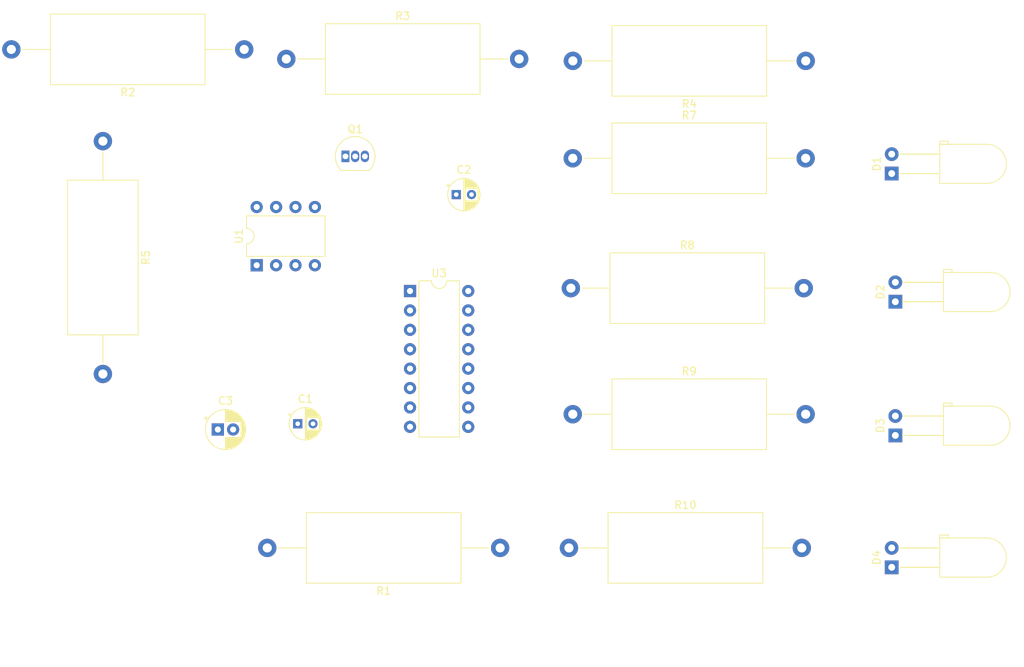
<source format=kicad_pcb>
(kicad_pcb (version 20240108) (generator "pcbnew") (generator_version "8.0")
  (layers (0 "F.Cu" signal) (31 "B.Cu" signal) (34 "B.Paste" user) (35 "F.Paste" user) (36 "B.SilkS" user "B.Silkscreen") (37 "F.SilkS" user "F.Silkscreen") (38 "B.Mask" user) (39 "F.Mask" user) (44 "Edge.Cuts" user))
  (net 0 "")
  (net 1 "Net-(U1-THR)")
  (net 2 "GND")
  (net 3 "Net-(C2-Pad1)")
  (net 4 "Net-(U1-CV)")
  (net 5 "Net-(D1-A)")
  (net 6 "Net-(D2-A)")
  (net 7 "Net-(D3-A)")
  (net 8 "Net-(D4-A)")
  (net 9 "Net-(Q1-E)")
  (net 10 "4.8")
  (net 11 "Net-(Q1-B)")
  (net 12 "Net-(U1-DIS)")
  (net 13 "Net-(U3-Q0)")
  (net 14 "Net-(U3-Q1)")
  (net 15 "Net-(U3-Q2)")
  (net 16 "Net-(U3-Q3)")
  (net 19 "Net-(U1-Q)")
  (footprint "Resistor_THT:R_Axial_DIN0922_L20.0mm_D9.0mm_P30.48mm_Horizontal" (layer "F.Cu") (at 210.745 151 180)
    (property "Reference" "R1" (at 15.24 -5.62 360) (layer "F.SilkS"))
    (property "Value" "1K")
    (fp_line (start 29.04 0) (end 25.36 0) (stroke (width 0.12)) (layer "F.SilkS"))
    (fp_line (start 25.36 4.62) (end 25.36 -4.62) (stroke (width 0.12)) (layer "F.SilkS"))
    (fp_line (start 25.36 -4.62) (end 5.12 -4.62) (stroke (width 0.12)) (layer "F.SilkS"))
    (fp_line (start 5.12 4.62) (end 25.36 4.62) (stroke (width 0.12)) (layer "F.SilkS"))
    (fp_line (start 5.12 -4.62) (end 5.12 4.62) (stroke (width 0.12)) (layer "F.SilkS"))
    (fp_line (start 1.44 0) (end 5.12 0) (stroke (width 0.12)) (layer "F.SilkS"))
    (pad "1" thru_hole circle (at 0 0 180) (size 2.4 2.4) (drill 1.2) (layers "*.Cu" "*.Mask") (net 10 "4.8"))
    (pad "2" thru_hole oval (at 30.48 0 180) (size 2.4 2.4) (drill 1.2) (layers "*.Cu" "*.Mask") (net 12 "Net-(U1-DIS)"))
  )
  (footprint "Resistor_THT:R_Axial_DIN0922_L20.0mm_D9.0mm_P30.48mm_Horizontal" (layer "F.Cu") (at 219.755 151)
    (property "Reference" "R10" (at 15.24 -5.62 0) (layer "F.SilkS"))
    (property "Value" "150")
    (fp_line (start 1.44 0) (end 5.12 0) (stroke (width 0.12)) (layer "F.SilkS"))
    (fp_line (start 5.12 -4.62) (end 5.12 4.62) (stroke (width 0.12)) (layer "F.SilkS"))
    (fp_line (start 5.12 4.62) (end 25.36 4.62) (stroke (width 0.12)) (layer "F.SilkS"))
    (fp_line (start 25.36 -4.62) (end 5.12 -4.62) (stroke (width 0.12)) (layer "F.SilkS"))
    (fp_line (start 25.36 4.62) (end 25.36 -4.62) (stroke (width 0.12)) (layer "F.SilkS"))
    (fp_line (start 29.04 0) (end 25.36 0) (stroke (width 0.12)) (layer "F.SilkS"))
    (pad "1" thru_hole circle (at 0 0) (size 2.4 2.4) (drill 1.2) (layers "*.Cu" "*.Mask") (net 16 "Net-(U3-Q3)"))
    (pad "2" thru_hole oval (at 30.48 0) (size 2.4 2.4) (drill 1.2) (layers "*.Cu" "*.Mask") (net 8 "Net-(D4-A)"))
  )
  (footprint "LED_THT:LED_D5.0mm_Horizontal_O6.35mm_Z9.0mm" (layer "F.Cu") (at 262 153.54 90)
    (property "Reference" "D4" (at 1.27 -1.96 90) (layer "F.SilkS"))
    (property "Value" "LED")
    (fp_line (start 2.54 1.08) (end 2.54 1.08) (stroke (width 0.12)) (layer "F.SilkS"))
    (fp_line (start 2.54 1.08) (end 2.54 6.29) (stroke (width 0.12)) (layer "F.SilkS"))
    (fp_line (start 0 1.08) (end 0 1.08) (stroke (width 0.12)) (layer "F.SilkS"))
    (fp_line (start 0 1.08) (end 0 6.29) (stroke (width 0.12)) (layer "F.SilkS"))
    (fp_line (start 4.23 6.29) (end 4.23 7.41) (stroke (width 0.12)) (layer "F.SilkS"))
    (fp_line (start 3.83 6.29) (end 4.23 6.29) (stroke (width 0.12)) (layer "F.SilkS"))
    (fp_line (start 3.83 6.29) (end 3.83 12.45) (stroke (width 0.12)) (layer "F.SilkS"))
    (fp_line (start 2.54 6.29) (end 2.54 1.08) (stroke (width 0.12)) (layer "F.SilkS"))
    (fp_line (start 2.54 6.29) (end 2.54 6.29) (stroke (width 0.12)) (layer "F.SilkS"))
    (fp_line (start 0 6.29) (end 0 1.08) (stroke (width 0.12)) (layer "F.SilkS"))
    (fp_line (start 0 6.29) (end 0 6.29) (stroke (width 0.12)) (layer "F.SilkS"))
    (fp_line (start -1.29 6.29) (end 3.83 6.29) (stroke (width 0.12)) (layer "F.SilkS"))
    (fp_line (start -1.29 6.29) (end -1.29 12.45) (stroke (width 0.12)) (layer "F.SilkS"))
    (fp_line (start 4.23 7.41) (end 3.83 7.41) (stroke (width 0.12)) (layer "F.SilkS"))
    (fp_line (start 3.83 7.41) (end 3.83 6.29) (stroke (width 0.12)) (layer "F.SilkS"))
    (fp_arc (start 3.83 12.45) (mid 1.27 15.01) (end -1.29 12.45) (stroke (width 0.12)) (layer "F.SilkS"))
    (pad "1" thru_hole rect (at 0 0 90) (size 1.8 1.8) (drill 0.9) (layers "*.Cu" "*.Mask") (net 2 "GND"))
    (pad "2" thru_hole circle (at 2.54 0 90) (size 1.8 1.8) (drill 0.9) (layers "*.Cu" "*.Mask") (net 8 "Net-(D4-A)"))
  )
  (footprint "Package_TO_SOT_THT:TO-92_Inline" (layer "F.Cu") (at 190.5 99.75)
    (property "Reference" "Q1" (at 1.27 -3.56 0) (layer "F.SilkS"))
    (property "Value" "PN2222A")
    (fp_line (start -0.53 1.85) (end 3.07 1.85) (stroke (width 0.12)) (layer "F.SilkS"))
    (fp_arc (start -0.568478 1.838478) (mid -1.132087 -0.994977) (end 1.27 -2.6) (stroke (width 0.12)) (layer "F.SilkS"))
    (fp_arc (start 1.27 -2.6) (mid 3.672087 -0.994977) (end 3.108478 1.838478) (stroke (width 0.12)) (layer "F.SilkS"))
    (pad "1" thru_hole rect (at 0 0) (size 1.05 1.5) (drill 0.75) (layers "*.Cu" "*.Mask") (net 9 "Net-(Q1-E)"))
    (pad "2" thru_hole oval (at 1.27 0) (size 1.05 1.5) (drill 0.75) (layers "*.Cu" "*.Mask") (net 11 "Net-(Q1-B)"))
    (pad "3" thru_hole oval (at 2.54 0) (size 1.05 1.5) (drill 0.75) (layers "*.Cu" "*.Mask") (net 10 "4.8"))
  )
  (footprint "Resistor_THT:R_Axial_DIN0922_L20.0mm_D9.0mm_P30.48mm_Horizontal" (layer "F.Cu") (at 158.75 97.755 -90)
    (property "Reference" "R5" (at 15.24 -5.62 90) (layer "F.SilkS"))
    (property "Value" "1K")
    (fp_line (start 5.12 4.62) (end 25.36 4.62) (stroke (width 0.12)) (layer "F.SilkS"))
    (fp_line (start 25.36 4.62) (end 25.36 -4.62) (stroke (width 0.12)) (layer "F.SilkS"))
    (fp_line (start 1.44 0) (end 5.12 0) (stroke (width 0.12)) (layer "F.SilkS"))
    (fp_line (start 29.04 0) (end 25.36 0) (stroke (width 0.12)) (layer "F.SilkS"))
    (fp_line (start 5.12 -4.62) (end 5.12 4.62) (stroke (width 0.12)) (layer "F.SilkS"))
    (fp_line (start 25.36 -4.62) (end 5.12 -4.62) (stroke (width 0.12)) (layer "F.SilkS"))
    (pad "1" thru_hole circle (at 0 0 270) (size 2.4 2.4) (drill 1.2) (layers "*.Cu" "*.Mask") (net 9 "Net-(Q1-E)"))
    (pad "2" thru_hole oval (at 30.48 0 270) (size 2.4 2.4) (drill 1.2) (layers "*.Cu" "*.Mask") (net 2 "GND"))
  )
  (footprint "LED_THT:LED_D5.0mm_Horizontal_O6.35mm_Z9.0mm" (layer "F.Cu") (at 262 102 90)
    (property "Reference" "D1" (at 1.27 -1.96 90) (layer "F.SilkS"))
    (property "Value" "LED")
    (fp_line (start 2.54 1.08) (end 2.54 1.08) (stroke (width 0.12)) (layer "F.SilkS"))
    (fp_line (start 2.54 1.08) (end 2.54 6.29) (stroke (width 0.12)) (layer "F.SilkS"))
    (fp_line (start 0 1.08) (end 0 1.08) (stroke (width 0.12)) (layer "F.SilkS"))
    (fp_line (start 0 1.08) (end 0 6.29) (stroke (width 0.12)) (layer "F.SilkS"))
    (fp_line (start 4.23 6.29) (end 4.23 7.41) (stroke (width 0.12)) (layer "F.SilkS"))
    (fp_line (start 3.83 6.29) (end 4.23 6.29) (stroke (width 0.12)) (layer "F.SilkS"))
    (fp_line (start 3.83 6.29) (end 3.83 12.45) (stroke (width 0.12)) (layer "F.SilkS"))
    (fp_line (start 2.54 6.29) (end 2.54 1.08) (stroke (width 0.12)) (layer "F.SilkS"))
    (fp_line (start 2.54 6.29) (end 2.54 6.29) (stroke (width 0.12)) (layer "F.SilkS"))
    (fp_line (start 0 6.29) (end 0 1.08) (stroke (width 0.12)) (layer "F.SilkS"))
    (fp_line (start 0 6.29) (end 0 6.29) (stroke (width 0.12)) (layer "F.SilkS"))
    (fp_line (start -1.29 6.29) (end 3.83 6.29) (stroke (width 0.12)) (layer "F.SilkS"))
    (fp_line (start -1.29 6.29) (end -1.29 12.45) (stroke (width 0.12)) (layer "F.SilkS"))
    (fp_line (start 4.23 7.41) (end 3.83 7.41) (stroke (width 0.12)) (layer "F.SilkS"))
    (fp_line (start 3.83 7.41) (end 3.83 6.29) (stroke (width 0.12)) (layer "F.SilkS"))
    (fp_arc (start 3.83 12.45) (mid 1.27 15.01) (end -1.29 12.45) (stroke (width 0.12)) (layer "F.SilkS"))
    (pad "1" thru_hole rect (at 0 0 90) (size 1.8 1.8) (drill 0.9) (layers "*.Cu" "*.Mask") (net 2 "GND"))
    (pad "2" thru_hole circle (at 2.54 0 90) (size 1.8 1.8) (drill 0.9) (layers "*.Cu" "*.Mask") (net 5 "Net-(D1-A)"))
  )
  (footprint "Resistor_THT:R_Axial_DIN0922_L20.0mm_D9.0mm_P30.48mm_Horizontal" (layer "F.Cu") (at 220.255 133.5)
    (property "Reference" "R9" (at 15.24 -5.62 0) (layer "F.SilkS"))
    (property "Value" "150")
    (fp_line (start 1.44 0) (end 5.12 0) (stroke (width 0.12)) (layer "F.SilkS"))
    (fp_line (start 5.12 -4.62) (end 5.12 4.62) (stroke (width 0.12)) (layer "F.SilkS"))
    (fp_line (start 5.12 4.62) (end 25.36 4.62) (stroke (width 0.12)) (layer "F.SilkS"))
    (fp_line (start 25.36 -4.62) (end 5.12 -4.62) (stroke (width 0.12)) (layer "F.SilkS"))
    (fp_line (start 25.36 4.62) (end 25.36 -4.62) (stroke (width 0.12)) (layer "F.SilkS"))
    (fp_line (start 29.04 0) (end 25.36 0) (stroke (width 0.12)) (layer "F.SilkS"))
    (pad "1" thru_hole circle (at 0 0) (size 2.4 2.4) (drill 1.2) (layers "*.Cu" "*.Mask") (net 15 "Net-(U3-Q2)"))
    (pad "2" thru_hole oval (at 30.48 0) (size 2.4 2.4) (drill 1.2) (layers "*.Cu" "*.Mask") (net 7 "Net-(D3-A)"))
  )
  (footprint "Resistor_THT:R_Axial_DIN0922_L20.0mm_D9.0mm_P30.48mm_Horizontal" (layer "F.Cu") (at 182.755 87)
    (property "Reference" "R3" (at 15.24 -5.62 360) (layer "F.SilkS"))
    (property "Value" "10K")
    (fp_line (start 1.44 0) (end 5.12 0) (stroke (width 0.12)) (layer "F.SilkS"))
    (fp_line (start 5.12 -4.62) (end 5.12 4.62) (stroke (width 0.12)) (layer "F.SilkS"))
    (fp_line (start 5.12 4.62) (end 25.36 4.62) (stroke (width 0.12)) (layer "F.SilkS"))
    (fp_line (start 25.36 -4.62) (end 5.12 -4.62) (stroke (width 0.12)) (layer "F.SilkS"))
    (fp_line (start 25.36 4.62) (end 25.36 -4.62) (stroke (width 0.12)) (layer "F.SilkS"))
    (fp_line (start 29.04 0) (end 25.36 0) (stroke (width 0.12)) (layer "F.SilkS"))
    (pad "1" thru_hole circle (at 0 0) (size 2.4 2.4) (drill 1.2) (layers "*.Cu" "*.Mask") (net 10 "4.8"))
    (pad "2" thru_hole oval (at 30.48 0) (size 2.4 2.4) (drill 1.2) (layers "*.Cu" "*.Mask") (net 3 "Net-(C2-Pad1)"))
  )
  (footprint "Package_DIP:DIP-16_W7.62mm" (layer "F.Cu") (at 198.95 117.375)
    (property "Reference" "U3" (at 3.81 -2.33 0) (layer "F.SilkS"))
    (property "Value" "74LS161")
    (fp_line (start 1.16 -1.33) (end 1.16 19.11) (stroke (width 0.12)) (layer "F.SilkS"))
    (fp_line (start 1.16 19.11) (end 6.46 19.11) (stroke (width 0.12)) (layer "F.SilkS"))
    (fp_line (start 2.81 -1.33) (end 1.16 -1.33) (stroke (width 0.12)) (layer "F.SilkS"))
    (fp_line (start 6.46 -1.33) (end 4.81 -1.33) (stroke (width 0.12)) (layer "F.SilkS"))
    (fp_line (start 6.46 19.11) (end 6.46 -1.33) (stroke (width 0.12)) (layer "F.SilkS"))
    (fp_arc (start 4.81 -1.33) (mid 3.81 -0.33) (end 2.81 -1.33) (stroke (width 0.12)) (layer "F.SilkS"))
    (pad "1" thru_hole rect (at 0 0) (size 1.6 1.6) (drill 0.8) (layers "*.Cu" "*.Mask") (net 9 "Net-(Q1-E)"))
    (pad "2" thru_hole oval (at 0 2.54) (size 1.6 1.6) (drill 0.8) (layers "*.Cu" "*.Mask") (net 19 "Net-(U1-Q)"))
    (pad "3" thru_hole oval (at 0 5.08) (size 1.6 1.6) (drill 0.8) (layers "*.Cu" "*.Mask") (net 2 "GND"))
    (pad "4" thru_hole oval (at 0 7.62) (size 1.6 1.6) (drill 0.8) (layers "*.Cu" "*.Mask") (net 2 "GND"))
    (pad "5" thru_hole oval (at 0 10.16) (size 1.6 1.6) (drill 0.8) (layers "*.Cu" "*.Mask") (net 2 "GND"))
    (pad "6" thru_hole oval (at 0 12.7) (size 1.6 1.6) (drill 0.8) (layers "*.Cu" "*.Mask") (net 2 "GND"))
    (pad "7" thru_hole oval (at 0 15.24) (size 1.6 1.6) (drill 0.8) (layers "*.Cu" "*.Mask") (net 10 "4.8"))
    (pad "8" thru_hole oval (at 0 17.78) (size 1.6 1.6) (drill 0.8) (layers "*.Cu" "*.Mask"))
    (pad "9" thru_hole oval (at 7.62 17.78) (size 1.6 1.6) (drill 0.8) (layers "*.Cu" "*.Mask") (net 10 "4.8"))
    (pad "10" thru_hole oval (at 7.62 15.24) (size 1.6 1.6) (drill 0.8) (layers "*.Cu" "*.Mask") (net 10 "4.8"))
    (pad "11" thru_hole oval (at 7.62 12.7) (size 1.6 1.6) (drill 0.8) (layers "*.Cu" "*.Mask") (net 16 "Net-(U3-Q3)"))
    (pad "12" thru_hole oval (at 7.62 10.16) (size 1.6 1.6) (drill 0.8) (layers "*.Cu" "*.Mask") (net 15 "Net-(U3-Q2)"))
    (pad "13" thru_hole oval (at 7.62 7.62) (size 1.6 1.6) (drill 0.8) (layers "*.Cu" "*.Mask") (net 14 "Net-(U3-Q1)"))
    (pad "14" thru_hole oval (at 7.62 5.08) (size 1.6 1.6) (drill 0.8) (layers "*.Cu" "*.Mask") (net 13 "Net-(U3-Q0)"))
    (pad "15" thru_hole oval (at 7.62 2.54) (size 1.6 1.6) (drill 0.8) (layers "*.Cu" "*.Mask"))
    (pad "16" thru_hole oval (at 7.62 0) (size 1.6 1.6) (drill 0.8) (layers "*.Cu" "*.Mask"))
  )
  (footprint "Capacitor_THT:CP_Radial_D4.0mm_P2.00mm" (layer "F.Cu") (at 184.25 134.75)
    (property "Reference" "C1" (at 1 -3.25 0) (layer "F.SilkS"))
    (property "Value" "10uF")
    (fp_line (start -1.269801 -1.195) (end -0.869801 -1.195) (stroke (width 0.12)) (layer "F.SilkS"))
    (fp_line (start -1.069801 -1.395) (end -1.069801 -0.995) (stroke (width 0.12)) (layer "F.SilkS"))
    (fp_line (start 1 -2.08) (end 1 2.08) (stroke (width 0.12)) (layer "F.SilkS"))
    (fp_line (start 1.04 -2.08) (end 1.04 2.08) (stroke (width 0.12)) (layer "F.SilkS"))
    (fp_line (start 1.08 -2.079) (end 1.08 2.079) (stroke (width 0.12)) (layer "F.SilkS"))
    (fp_line (start 1.12 -2.077) (end 1.12 2.077) (stroke (width 0.12)) (layer "F.SilkS"))
    (fp_line (start 1.16 -2.074) (end 1.16 2.074) (stroke (width 0.12)) (layer "F.SilkS"))
    (fp_line (start 1.2 -2.071) (end 1.2 -0.84) (stroke (width 0.12)) (layer "F.SilkS"))
    (fp_line (start 1.2 0.84) (end 1.2 2.071) (stroke (width 0.12)) (layer "F.SilkS"))
    (fp_line (start 1.24 -2.067) (end 1.24 -0.84) (stroke (width 0.12)) (layer "F.SilkS"))
    (fp_line (start 1.24 0.84) (end 1.24 2.067) (stroke (width 0.12)) (layer "F.SilkS"))
    (fp_line (start 1.28 -2.062) (end 1.28 -0.84) (stroke (width 0.12)) (layer "F.SilkS"))
    (fp_line (start 1.28 0.84) (end 1.28 2.062) (stroke (width 0.12)) (layer "F.SilkS"))
    (fp_line (start 1.32 -2.056) (end 1.32 -0.84) (stroke (width 0.12)) (layer "F.SilkS"))
    (fp_line (start 1.32 0.84) (end 1.32 2.056) (stroke (width 0.12)) (layer "F.SilkS"))
    (fp_line (start 1.36 -2.05) (end 1.36 -0.84) (stroke (width 0.12)) (layer "F.SilkS"))
    (fp_line (start 1.36 0.84) (end 1.36 2.05) (stroke (width 0.12)) (layer "F.SilkS"))
    (fp_line (start 1.4 -2.042) (end 1.4 -0.84) (stroke (width 0.12)) (layer "F.SilkS"))
    (fp_line (start 1.4 0.84) (end 1.4 2.042) (stroke (width 0.12)) (layer "F.SilkS"))
    (fp_line (start 1.44 -2.034) (end 1.44 -0.84) (stroke (width 0.12)) (layer "F.SilkS"))
    (fp_line (start 1.44 0.84) (end 1.44 2.034) (stroke (width 0.12)) (layer "F.SilkS"))
    (fp_line (start 1.48 -2.025) (end 1.48 -0.84) (stroke (width 0.12)) (layer "F.SilkS"))
    (fp_line (start 1.48 0.84) (end 1.48 2.025) (stroke (width 0.12)) (layer "F.SilkS"))
    (fp_line (start 1.52 -2.016) (end 1.52 -0.84) (stroke (width 0.12)) (layer "F.SilkS"))
    (fp_line (start 1.52 0.84) (end 1.52 2.016) (stroke (width 0.12)) (layer "F.SilkS"))
    (fp_line (start 1.56 -2.005) (end 1.56 -0.84) (stroke (width 0.12)) (layer "F.SilkS"))
    (fp_line (start 1.56 0.84) (end 1.56 2.005) (stroke (width 0.12)) (layer "F.SilkS"))
    (fp_line (start 1.6 -1.994) (end 1.6 -0.84) (stroke (width 0.12)) (layer "F.SilkS"))
    (fp_line (start 1.6 0.84) (end 1.6 1.994) (stroke (width 0.12)) (layer "F.SilkS"))
    (fp_line (start 1.64 -1.982) (end 1.64 -0.84) (stroke (width 0.12)) (layer "F.SilkS"))
    (fp_line (start 1.64 0.84) (end 1.64 1.982) (stroke (width 0.12)) (layer "F.SilkS"))
    (fp_line (start 1.68 -1.968) (end 1.68 -0.84) (stroke (width 0.12)) (layer "F.SilkS"))
    (fp_line (start 1.68 0.84) (end 1.68 1.968) (stroke (width 0.12)) (layer "F.SilkS"))
    (fp_line (start 1.721 -1.954) (end 1.721 -0.84) (stroke (width 0.12)) (layer "F.SilkS"))
    (fp_line (start 1.721 0.84) (end 1.721 1.954) (stroke (width 0.12)) (layer "F.SilkS"))
    (fp_line (start 1.761 -1.94) (end 1.761 -0.84) (stroke (width 0.12)) (layer "F.SilkS"))
    (fp_line (start 1.761 0.84) (end 1.761 1.94) (stroke (width 0.12)) (layer "F.SilkS"))
    (fp_line (start 1.801 -1.924) (end 1.801 -0.84) (stroke (width 0.12)) (layer "F.SilkS"))
    (fp_line (start 1.801 0.84) (end 1.801 1.924) (stroke (width 0.12)) (layer "F.SilkS"))
    (fp_line (start 1.841 -1.907) (end 1.841 -0.84) (stroke (width 0.12)) (layer "F.SilkS"))
    (fp_line (start 1.841 0.84) (end 1.841 1.907) (stroke (width 0.12)) (layer "F.SilkS"))
    (fp_line (start 1.881 -1.889) (end 1.881 -0.84) (stroke (width 0.12)) (layer "F.SilkS"))
    (fp_line (start 1.881 0.84) (end 1.881 1.889) (stroke (width 0.12)) (layer "F.SilkS"))
    (fp_line (start 1.921 -1.87) (end 1.921 -0.84) (stroke (width 0.12)) (layer "F.SilkS"))
    (fp_line (start 1.921 0.84) (end 1.921 1.87) (stroke (width 0.12)) (layer "F.SilkS"))
    (fp_line (start 1.961 -1.851) (end 1.961 -0.84) (stroke (width 0.12)) (layer "F.SilkS"))
    (fp_line (start 1.961 0.84) (end 1.961 1.851) (stroke (width 0.12)) (layer "F.SilkS"))
    (fp_line (start 2.001 -1.83) (end 2.001 -0.84) (stroke (width 0.12)) (layer "F.SilkS"))
    (fp_line (start 2.001 0.84) (end 2.001 1.83) (stroke (width 0.12)) (layer "F.SilkS"))
    (fp_line (start 2.041 -1.808) (end 2.041 -0.84) (stroke (width 0.12)) (layer "F.SilkS"))
    (fp_line (start 2.041 0.84) (end 2.041 1.808) (stroke (width 0.12)) (layer "F.SilkS"))
    (fp_line (start 2.081 -1.785) (end 2.081 -0.84) (stroke (width 0.12)) (layer "F.SilkS"))
    (fp_line (start 2.081 0.84) (end 2.081 1.785) (stroke (width 0.12)) (layer "F.SilkS"))
    (fp_line (start 2.121 -1.76) (end 2.121 -0.84) (stroke (width 0.12)) (layer "F.SilkS"))
    (fp_line (start 2.121 0.84) (end 2.121 1.76) (stroke (width 0.12)) (layer "F.SilkS"))
    (fp_line (start 2.161 -1.735) (end 2.161 -0.84) (stroke (width 0.12)) (layer "F.SilkS"))
    (fp_line (start 2.161 0.84) (end 2.161 1.735) (stroke (width 0.12)) (layer "F.SilkS"))
    (fp_line (start 2.201 -1.708) (end 2.201 -0.84) (stroke (width 0.12)) (layer "F.SilkS"))
    (fp_line (start 2.201 0.84) (end 2.201 1.708) (stroke (width 0.12)) (layer "F.SilkS"))
    (fp_line (start 2.241 -1.68) (end 2.241 -0.84) (stroke (width 0.12)) (layer "F.SilkS"))
    (fp_line (start 2.241 0.84) (end 2.241 1.68) (stroke (width 0.12)) (layer "F.SilkS"))
    (fp_line (start 2.281 -1.65) (end 2.281 -0.84) (stroke (width 0.12)) (layer "F.SilkS"))
    (fp_line (start 2.281 0.84) (end 2.281 1.65) (stroke (width 0.12)) (layer "F.SilkS"))
    (fp_line (start 2.321 -1.619) (end 2.321 -0.84) (stroke (width 0.12)) (layer "F.SilkS"))
    (fp_line (start 2.321 0.84) (end 2.321 1.619) (stroke (width 0.12)) (layer "F.SilkS"))
    (fp_line (start 2.361 -1.587) (end 2.361 -0.84) (stroke (width 0.12)) (layer "F.SilkS"))
    (fp_line (start 2.361 0.84) (end 2.361 1.587) (stroke (width 0.12)) (layer "F.SilkS"))
    (fp_line (start 2.401 -1.552) (end 2.401 -0.84) (stroke (width 0.12)) (layer "F.SilkS"))
    (fp_line (start 2.401 0.84) (end 2.401 1.552) (stroke (width 0.12)) (layer "F.SilkS"))
    (fp_line (start 2.441 -1.516) (end 2.441 -0.84) (stroke (width 0.12)) (layer "F.SilkS"))
    (fp_line (start 2.441 0.84) (end 2.441 1.516) (stroke (width 0.12)) (layer "F.SilkS"))
    (fp_line (start 2.481 -1.478) (end 2.481 -0.84) (stroke (width 0.12)) (layer "F.SilkS"))
    (fp_line (start 2.481 0.84) (end 2.481 1.478) (stroke (width 0.12)) (layer "F.SilkS"))
    (fp_line (start 2.521 -1.438) (end 2.521 -0.84) (stroke (width 0.12)) (layer "F.SilkS"))
    (fp_line (start 2.521 0.84) (end 2.521 1.438) (stroke (width 0.12)) (layer "F.SilkS"))
    (fp_line (start 2.561 -1.396) (end 2.561 -0.84) (stroke (width 0.12)) (layer "F.SilkS"))
    (fp_line (start 2.561 0.84) (end 2.561 1.396) (stroke (width 0.12)) (layer "F.SilkS"))
    (fp_line (start 2.601 -1.351) (end 2.601 -0.84) (stroke (width 0.12)) (layer "F.SilkS"))
    (fp_line (start 2.601 0.84) (end 2.601 1.351) (stroke (width 0.12)) (layer "F.SilkS"))
    (fp_line (start 2.641 -1.304) (end 2.641 -0.84) (stroke (width 0.12)) (layer "F.SilkS"))
    (fp_line (start 2.641 0.84) (end 2.641 1.304) (stroke (width 0.12)) (layer "F.SilkS"))
    (fp_line (start 2.681 -1.254) (end 2.681 -0.84) (stroke (width 0.12)) (layer "F.SilkS"))
    (fp_line (start 2.681 0.84) (end 2.681 1.254) (stroke (width 0.12)) (layer "F.SilkS"))
    (fp_line (start 2.721 -1.2) (end 2.721 -0.84) (stroke (width 0.12)) (layer "F.SilkS"))
    (fp_line (start 2.721 0.84) (end 2.721 1.2) (stroke (width 0.12)) (layer "F.SilkS"))
    (fp_line (start 2.761 -1.142) (end 2.761 -0.84) (stroke (width 0.12)) (layer "F.SilkS"))
    (fp_line (start 2.761 0.84) (end 2.761 1.142) (stroke (width 0.12)) (layer "F.SilkS"))
    (fp_line (start 2.801 -1.08) (end 2.801 -0.84) (stroke (width 0.12)) (layer "F.SilkS"))
    (fp_line (start 2.801 0.84) (end 2.801 1.08) (stroke (width 0.12)) (layer "F.SilkS"))
    (fp_line (start 2.841 -1.013) (end 2.841 1.013) (stroke (width 0.12)) (layer "F.SilkS"))
    (fp_line (start 2.881 -0.94) (end 2.881 0.94) (stroke (width 0.12)) (layer "F.SilkS"))
    (fp_line (start 2.921 -0.859) (end 2.921 0.859) (stroke (width 0.12)) (layer "F.SilkS"))
    (fp_line (start 2.961 -0.768) (end 2.961 0.768) (stroke (width 0.12)) (layer "F.SilkS"))
    (fp_line (start 3.001 -0.664) (end 3.001 0.664) (stroke (width 0.12)) (layer "F.SilkS"))
    (fp_line (start 3.041 -0.537) (end 3.041 0.537) (stroke (width 0.12)) (layer "F.SilkS"))
    (fp_line (start 3.081 -0.37) (end 3.081 0.37) (stroke (width 0.12)) (layer "F.SilkS"))
    (fp_circle (center 1 0) (end 3.12 0) (stroke (width 0.12)) (fill none) (layer "F.SilkS"))
    (pad "1" thru_hole rect (at 0 0) (size 1.2 1.2) (drill 0.6) (layers "*.Cu" "*.Mask") (net 1 "Net-(U1-THR)"))
    (pad "2" thru_hole circle (at 2 0) (size 1.2 1.2) (drill 0.6) (layers "*.Cu" "*.Mask") (net 2 "GND"))
  )
  (footprint "LED_THT:LED_D5.0mm_Horizontal_O6.35mm_Z9.0mm" (layer "F.Cu") (at 262.475 118.775 90)
    (property "Reference" "D2" (at 1.27 -1.96 90) (layer "F.SilkS"))
    (property "Value" "LED")
    (fp_line (start 2.54 1.08) (end 2.54 1.08) (stroke (width 0.12)) (layer "F.SilkS"))
    (fp_line (start 2.54 1.08) (end 2.54 6.29) (stroke (width 0.12)) (layer "F.SilkS"))
    (fp_line (start 0 1.08) (end 0 1.08) (stroke (width 0.12)) (layer "F.SilkS"))
    (fp_line (start 0 1.08) (end 0 6.29) (stroke (width 0.12)) (layer "F.SilkS"))
    (fp_line (start 4.23 6.29) (end 4.23 7.41) (stroke (width 0.12)) (layer "F.SilkS"))
    (fp_line (start 3.83 6.29) (end 4.23 6.29) (stroke (width 0.12)) (layer "F.SilkS"))
    (fp_line (start 3.83 6.29) (end 3.83 12.45) (stroke (width 0.12)) (layer "F.SilkS"))
    (fp_line (start 2.54 6.29) (end 2.54 1.08) (stroke (width 0.12)) (layer "F.SilkS"))
    (fp_line (start 2.54 6.29) (end 2.54 6.29) (stroke (width 0.12)) (layer "F.SilkS"))
    (fp_line (start 0 6.29) (end 0 1.08) (stroke (width 0.12)) (layer "F.SilkS"))
    (fp_line (start 0 6.29) (end 0 6.29) (stroke (width 0.12)) (layer "F.SilkS"))
    (fp_line (start -1.29 6.29) (end 3.83 6.29) (stroke (width 0.12)) (layer "F.SilkS"))
    (fp_line (start -1.29 6.29) (end -1.29 12.45) (stroke (width 0.12)) (layer "F.SilkS"))
    (fp_line (start 4.23 7.41) (end 3.83 7.41) (stroke (width 0.12)) (layer "F.SilkS"))
    (fp_line (start 3.83 7.41) (end 3.83 6.29) (stroke (width 0.12)) (layer "F.SilkS"))
    (fp_arc (start 3.83 12.45) (mid 1.27 15.01) (end -1.29 12.45) (stroke (width 0.12)) (layer "F.SilkS"))
    (pad "1" thru_hole rect (at 0 0 90) (size 1.8 1.8) (drill 0.9) (layers "*.Cu" "*.Mask") (net 2 "GND"))
    (pad "2" thru_hole circle (at 2.54 0 90) (size 1.8 1.8) (drill 0.9) (layers "*.Cu" "*.Mask") (net 6 "Net-(D2-A)"))
  )
  (footprint "Capacitor_THT:CP_Radial_D4.0mm_P2.00mm" (layer "F.Cu") (at 205 104.75)
    (property "Reference" "C2" (at 1 -3.25 0) (layer "F.SilkS"))
    (property "Value" "10uF")
    (fp_line (start -1.269801 -1.195) (end -0.869801 -1.195) (stroke (width 0.12)) (layer "F.SilkS"))
    (fp_line (start -1.069801 -1.395) (end -1.069801 -0.995) (stroke (width 0.12)) (layer "F.SilkS"))
    (fp_line (start 1 -2.08) (end 1 2.08) (stroke (width 0.12)) (layer "F.SilkS"))
    (fp_line (start 1.04 -2.08) (end 1.04 2.08) (stroke (width 0.12)) (layer "F.SilkS"))
    (fp_line (start 1.08 -2.079) (end 1.08 2.079) (stroke (width 0.12)) (layer "F.SilkS"))
    (fp_line (start 1.12 -2.077) (end 1.12 2.077) (stroke (width 0.12)) (layer "F.SilkS"))
    (fp_line (start 1.16 -2.074) (end 1.16 2.074) (stroke (width 0.12)) (layer "F.SilkS"))
    (fp_line (start 1.2 -2.071) (end 1.2 -0.84) (stroke (width 0.12)) (layer "F.SilkS"))
    (fp_line (start 1.2 0.84) (end 1.2 2.071) (stroke (width 0.12)) (layer "F.SilkS"))
    (fp_line (start 1.24 -2.067) (end 1.24 -0.84) (stroke (width 0.12)) (layer "F.SilkS"))
    (fp_line (start 1.24 0.84) (end 1.24 2.067) (stroke (width 0.12)) (layer "F.SilkS"))
    (fp_line (start 1.28 -2.062) (end 1.28 -0.84) (stroke (width 0.12)) (layer "F.SilkS"))
    (fp_line (start 1.28 0.84) (end 1.28 2.062) (stroke (width 0.12)) (layer "F.SilkS"))
    (fp_line (start 1.32 -2.056) (end 1.32 -0.84) (stroke (width 0.12)) (layer "F.SilkS"))
    (fp_line (start 1.32 0.84) (end 1.32 2.056) (stroke (width 0.12)) (layer "F.SilkS"))
    (fp_line (start 1.36 -2.05) (end 1.36 -0.84) (stroke (width 0.12)) (layer "F.SilkS"))
    (fp_line (start 1.36 0.84) (end 1.36 2.05) (stroke (width 0.12)) (layer "F.SilkS"))
    (fp_line (start 1.4 -2.042) (end 1.4 -0.84) (stroke (width 0.12)) (layer "F.SilkS"))
    (fp_line (start 1.4 0.84) (end 1.4 2.042) (stroke (width 0.12)) (layer "F.SilkS"))
    (fp_line (start 1.44 -2.034) (end 1.44 -0.84) (stroke (width 0.12)) (layer "F.SilkS"))
    (fp_line (start 1.44 0.84) (end 1.44 2.034) (stroke (width 0.12)) (layer "F.SilkS"))
    (fp_line (start 1.48 -2.025) (end 1.48 -0.84) (stroke (width 0.12)) (layer "F.SilkS"))
    (fp_line (start 1.48 0.84) (end 1.48 2.025) (stroke (width 0.12)) (layer "F.SilkS"))
    (fp_line (start 1.52 -2.016) (end 1.52 -0.84) (stroke (width 0.12)) (layer "F.SilkS"))
    (fp_line (start 1.52 0.84) (end 1.52 2.016) (stroke (width 0.12)) (layer "F.SilkS"))
    (fp_line (start 1.56 -2.005) (end 1.56 -0.84) (stroke (width 0.12)) (layer "F.SilkS"))
    (fp_line (start 1.56 0.84) (end 1.56 2.005) (stroke (width 0.12)) (layer "F.SilkS"))
    (fp_line (start 1.6 -1.994) (end 1.6 -0.84) (stroke (width 0.12)) (layer "F.SilkS"))
    (fp_line (start 1.6 0.84) (end 1.6 1.994) (stroke (width 0.12)) (layer "F.SilkS"))
    (fp_line (start 1.64 -1.982) (end 1.64 -0.84) (stroke (width 0.12)) (layer "F.SilkS"))
    (fp_line (start 1.64 0.84) (end 1.64 1.982) (stroke (width 0.12)) (layer "F.SilkS"))
    (fp_line (start 1.68 -1.968) (end 1.68 -0.84) (stroke (width 0.12)) (layer "F.SilkS"))
    (fp_line (start 1.68 0.84) (end 1.68 1.968) (stroke (width 0.12)) (layer "F.SilkS"))
    (fp_line (start 1.721 -1.954) (end 1.721 -0.84) (stroke (width 0.12)) (layer "F.SilkS"))
    (fp_line (start 1.721 0.84) (end 1.721 1.954) (stroke (width 0.12)) (layer "F.SilkS"))
    (fp_line (start 1.761 -1.94) (end 1.761 -0.84) (stroke (width 0.12)) (layer "F.SilkS"))
    (fp_line (start 1.761 0.84) (end 1.761 1.94) (stroke (width 0.12)) (layer "F.SilkS"))
    (fp_line (start 1.801 -1.924) (end 1.801 -0.84) (stroke (width 0.12)) (layer "F.SilkS"))
    (fp_line (start 1.801 0.84) (end 1.801 1.924) (stroke (width 0.12)) (layer "F.SilkS"))
    (fp_line (start 1.841 -1.907) (end 1.841 -0.84) (stroke (width 0.12)) (layer "F.SilkS"))
    (fp_line (start 1.841 0.84) (end 1.841 1.907) (stroke (width 0.12)) (layer "F.SilkS"))
    (fp_line (start 1.881 -1.889) (end 1.881 -0.84) (stroke (width 0.12)) (layer "F.SilkS"))
    (fp_line (start 1.881 0.84) (end 1.881 1.889) (stroke (width 0.12)) (layer "F.SilkS"))
    (fp_line (start 1.921 -1.87) (end 1.921 -0.84) (stroke (width 0.12)) (layer "F.SilkS"))
    (fp_line (start 1.921 0.84) (end 1.921 1.87) (stroke (width 0.12)) (layer "F.SilkS"))
    (fp_line (start 1.961 -1.851) (end 1.961 -0.84) (stroke (width 0.12)) (layer "F.SilkS"))
    (fp_line (start 1.961 0.84) (end 1.961 1.851) (stroke (width 0.12)) (layer "F.SilkS"))
    (fp_line (start 2.001 -1.83) (end 2.001 -0.84) (stroke (width 0.12)) (layer "F.SilkS"))
    (fp_line (start 2.001 0.84) (end 2.001 1.83) (stroke (width 0.12)) (layer "F.SilkS"))
    (fp_line (start 2.041 -1.808) (end 2.041 -0.84) (stroke (width 0.12)) (layer "F.SilkS"))
    (fp_line (start 2.041 0.84) (end 2.041 1.808) (stroke (width 0.12)) (layer "F.SilkS"))
    (fp_line (start 2.081 -1.785) (end 2.081 -0.84) (stroke (width 0.12)) (layer "F.SilkS"))
    (fp_line (start 2.081 0.84) (end 2.081 1.785) (stroke (width 0.12)) (layer "F.SilkS"))
    (fp_line (start 2.121 -1.76) (end 2.121 -0.84) (stroke (width 0.12)) (layer "F.SilkS"))
    (fp_line (start 2.121 0.84) (end 2.121 1.76) (stroke (width 0.12)) (layer "F.SilkS"))
    (fp_line (start 2.161 -1.735) (end 2.161 -0.84) (stroke (width 0.12)) (layer "F.SilkS"))
    (fp_line (start 2.161 0.84) (end 2.161 1.735) (stroke (width 0.12)) (layer "F.SilkS"))
    (fp_line (start 2.201 -1.708) (end 2.201 -0.84) (stroke (width 0.12)) (layer "F.SilkS"))
    (fp_line (start 2.201 0.84) (end 2.201 1.708) (stroke (width 0.12)) (layer "F.SilkS"))
    (fp_line (start 2.241 -1.68) (end 2.241 -0.84) (stroke (width 0.12)) (layer "F.SilkS"))
    (fp_line (start 2.241 0.84) (end 2.241 1.68) (stroke (width 0.12)) (layer "F.SilkS"))
    (fp_line (start 2.281 -1.65) (end 2.281 -0.84) (stroke (width 0.12)) (layer "F.SilkS"))
    (fp_line (start 2.281 0.84) (end 2.281 1.65) (stroke (width 0.12)) (layer "F.SilkS"))
    (fp_line (start 2.321 -1.619) (end 2.321 -0.84) (stroke (width 0.12)) (layer "F.SilkS"))
    (fp_line (start 2.321 0.84) (end 2.321 1.619) (stroke (width 0.12)) (layer "F.SilkS"))
    (fp_line (start 2.361 -1.587) (end 2.361 -0.84) (stroke (width 0.12)) (layer "F.SilkS"))
    (fp_line (start 2.361 0.84) (end 2.361 1.587) (stroke (width 0.12)) (layer "F.SilkS"))
    (fp_line (start 2.401 -1.552) (end 2.401 -0.84) (stroke (width 0.12)) (layer "F.SilkS"))
    (fp_line (start 2.401 0.84) (end 2.401 1.552) (stroke (width 0.12)) (layer "F.SilkS"))
    (fp_line (start 2.441 -1.516) (end 2.441 -0.84) (stroke (width 0.12)) (layer "F.SilkS"))
    (fp_line (start 2.441 0.84) (end 2.441 1.516) (stroke (width 0.12)) (layer "F.SilkS"))
    (fp_line (start 2.481 -1.478) (end 2.481 -0.84) (stroke (width 0.12)) (layer "F.SilkS"))
    (fp_line (start 2.481 0.84) (end 2.481 1.478) (stroke (width 0.12)) (layer "F.SilkS"))
    (fp_line (start 2.521 -1.438) (end 2.521 -0.84) (stroke (width 0.12)) (layer "F.SilkS"))
    (fp_line (start 2.521 0.84) (end 2.521 1.438) (stroke (width 0.12)) (layer "F.SilkS"))
    (fp_line (start 2.561 -1.396) (end 2.561 -0.84) (stroke (width 0.12)) (layer "F.SilkS"))
    (fp_line (start 2.561 0.84) (end 2.561 1.396) (stroke (width 0.12)) (layer "F.SilkS"))
    (fp_line (start 2.601 -1.351) (end 2.601 -0.84) (stroke (width 0.12)) (layer "F.SilkS"))
    (fp_line (start 2.601 0.84) (end 2.601 1.351) (stroke (width 0.12)) (layer "F.SilkS"))
    (fp_line (start 2.641 -1.304) (end 2.641 -0.84) (stroke (width 0.12)) (layer "F.SilkS"))
    (fp_line (start 2.641 0.84) (end 2.641 1.304) (stroke (width 0.12)) (layer "F.SilkS"))
    (fp_line (start 2.681 -1.254) (end 2.681 -0.84) (stroke (width 0.12)) (layer "F.SilkS"))
    (fp_line (start 2.681 0.84) (end 2.681 1.254) (stroke (width 0.12)) (layer "F.SilkS"))
    (fp_line (start 2.721 -1.2) (end 2.721 -0.84) (stroke (width 0.12)) (layer "F.SilkS"))
    (fp_line (start 2.721 0.84) (end 2.721 1.2) (stroke (width 0.12)) (layer "F.SilkS"))
    (fp_line (start 2.761 -1.142) (end 2.761 -0.84) (stroke (width 0.12)) (layer "F.SilkS"))
    (fp_line (start 2.761 0.84) (end 2.761 1.142) (stroke (width 0.12)) (layer "F.SilkS"))
    (fp_line (start 2.801 -1.08) (end 2.801 -0.84) (stroke (width 0.12)) (layer "F.SilkS"))
    (fp_line (start 2.801 0.84) (end 2.801 1.08) (stroke (width 0.12)) (layer "F.SilkS"))
    (fp_line (start 2.841 -1.013) (end 2.841 1.013) (stroke (width 0.12)) (layer "F.SilkS"))
    (fp_line (start 2.881 -0.94) (end 2.881 0.94) (stroke (width 0.12)) (layer "F.SilkS"))
    (fp_line (start 2.921 -0.859) (end 2.921 0.859) (stroke (width 0.12)) (layer "F.SilkS"))
    (fp_line (start 2.961 -0.768) (end 2.961 0.768) (stroke (width 0.12)) (layer "F.SilkS"))
    (fp_line (start 3.001 -0.664) (end 3.001 0.664) (stroke (width 0.12)) (layer "F.SilkS"))
    (fp_line (start 3.041 -0.537) (end 3.041 0.537) (stroke (width 0.12)) (layer "F.SilkS"))
    (fp_line (start 3.081 -0.37) (end 3.081 0.37) (stroke (width 0.12)) (layer "F.SilkS"))
    (fp_circle (center 1 0) (end 3.12 0) (stroke (width 0.12)) (fill none) (layer "F.SilkS"))
    (pad "1" thru_hole rect (at 0 0) (size 1.2 1.2) (drill 0.6) (layers "*.Cu" "*.Mask") (net 3 "Net-(C2-Pad1)"))
    (pad "2" thru_hole circle (at 2 0) (size 1.2 1.2) (drill 0.6) (layers "*.Cu" "*.Mask") (net 2 "GND"))
  )
  (footprint "LED_THT:LED_D5.0mm_Horizontal_O6.35mm_Z9.0mm" (layer "F.Cu") (at 262.475 136.275 90)
    (property "Reference" "D3" (at 1.27 -1.96 90) (layer "F.SilkS"))
    (property "Value" "LED")
    (fp_line (start 2.54 1.08) (end 2.54 1.08) (stroke (width 0.12)) (layer "F.SilkS"))
    (fp_line (start 2.54 1.08) (end 2.54 6.29) (stroke (width 0.12)) (layer "F.SilkS"))
    (fp_line (start 0 1.08) (end 0 1.08) (stroke (width 0.12)) (layer "F.SilkS"))
    (fp_line (start 0 1.08) (end 0 6.29) (stroke (width 0.12)) (layer "F.SilkS"))
    (fp_line (start 4.23 6.29) (end 4.23 7.41) (stroke (width 0.12)) (layer "F.SilkS"))
    (fp_line (start 3.83 6.29) (end 4.23 6.29) (stroke (width 0.12)) (layer "F.SilkS"))
    (fp_line (start 3.83 6.29) (end 3.83 12.45) (stroke (width 0.12)) (layer "F.SilkS"))
    (fp_line (start 2.54 6.29) (end 2.54 1.08) (stroke (width 0.12)) (layer "F.SilkS"))
    (fp_line (start 2.54 6.29) (end 2.54 6.29) (stroke (width 0.12)) (layer "F.SilkS"))
    (fp_line (start 0 6.29) (end 0 1.08) (stroke (width 0.12)) (layer "F.SilkS"))
    (fp_line (start 0 6.29) (end 0 6.29) (stroke (width 0.12)) (layer "F.SilkS"))
    (fp_line (start -1.29 6.29) (end 3.83 6.29) (stroke (width 0.12)) (layer "F.SilkS"))
    (fp_line (start -1.29 6.29) (end -1.29 12.45) (stroke (width 0.12)) (layer "F.SilkS"))
    (fp_line (start 4.23 7.41) (end 3.83 7.41) (stroke (width 0.12)) (layer "F.SilkS"))
    (fp_line (start 3.83 7.41) (end 3.83 6.29) (stroke (width 0.12)) (layer "F.SilkS"))
    (fp_arc (start 3.83 12.45) (mid 1.27 15.01) (end -1.29 12.45) (stroke (width 0.12)) (layer "F.SilkS"))
    (pad "1" thru_hole rect (at 0 0 90) (size 1.8 1.8) (drill 0.9) (layers "*.Cu" "*.Mask") (net 2 "GND"))
    (pad "2" thru_hole circle (at 2.54 0 90) (size 1.8 1.8) (drill 0.9) (layers "*.Cu" "*.Mask") (net 7 "Net-(D3-A)"))
  )
  (footprint "Package_DIP:DIP-8_W7.62mm" (layer "F.Cu") (at 178.88 114 90)
    (property "Reference" "U1" (at 3.81 -2.33 90) (layer "F.SilkS"))
    (property "Value" "NE555P")
    (fp_line (start 6.46 -1.33) (end 4.81 -1.33) (stroke (width 0.12)) (layer "F.SilkS"))
    (fp_line (start 2.81 -1.33) (end 1.16 -1.33) (stroke (width 0.12)) (layer "F.SilkS"))
    (fp_line (start 1.16 -1.33) (end 1.16 8.95) (stroke (width 0.12)) (layer "F.SilkS"))
    (fp_line (start 6.46 8.95) (end 6.46 -1.33) (stroke (width 0.12)) (layer "F.SilkS"))
    (fp_line (start 1.16 8.95) (end 6.46 8.95) (stroke (width 0.12)) (layer "F.SilkS"))
    (fp_arc (start 4.81 -1.33) (mid 3.81 -0.33) (end 2.81 -1.33) (stroke (width 0.12)) (layer "F.SilkS"))
    (pad "1" thru_hole rect (at 0 0 90) (size 1.6 1.6) (drill 0.8) (layers "*.Cu" "*.Mask"))
    (pad "2" thru_hole oval (at 0 2.54 90) (size 1.6 1.6) (drill 0.8) (layers "*.Cu" "*.Mask") (net 1 "Net-(U1-THR)"))
    (pad "3" thru_hole oval (at 0 5.08 90) (size 1.6 1.6) (drill 0.8) (layers "*.Cu" "*.Mask") (net 19 "Net-(U1-Q)"))
    (pad "4" thru_hole oval (at 0 7.62 90) (size 1.6 1.6) (drill 0.8) (layers "*.Cu" "*.Mask") (net 10 "4.8"))
    (pad "5" thru_hole oval (at 7.62 7.62 90) (size 1.6 1.6) (drill 0.8) (layers "*.Cu" "*.Mask") (net 4 "Net-(U1-CV)"))
    (pad "6" thru_hole oval (at 7.62 5.08 90) (size 1.6 1.6) (drill 0.8) (layers "*.Cu" "*.Mask") (net 1 "Net-(U1-THR)"))
    (pad "7" thru_hole oval (at 7.62 2.54 90) (size 1.6 1.6) (drill 0.8) (layers "*.Cu" "*.Mask") (net 12 "Net-(U1-DIS)"))
    (pad "8" thru_hole oval (at 7.62 0 90) (size 1.6 1.6) (drill 0.8) (layers "*.Cu" "*.Mask"))
  )
  (footprint "Resistor_THT:R_Axial_DIN0922_L20.0mm_D9.0mm_P30.48mm_Horizontal" (layer "F.Cu") (at 177.245 85.75 180)
    (property "Reference" "R2" (at 15.24 -5.62 360) (layer "F.SilkS"))
    (property "Value" "100K")
    (fp_line (start 29.04 0) (end 25.36 0) (stroke (width 0.12)) (layer "F.SilkS"))
    (fp_line (start 25.36 4.62) (end 25.36 -4.62) (stroke (width 0.12)) (layer "F.SilkS"))
    (fp_line (start 25.36 -4.62) (end 5.12 -4.62) (stroke (width 0.12)) (layer "F.SilkS"))
    (fp_line (start 5.12 4.62) (end 25.36 4.62) (stroke (width 0.12)) (layer "F.SilkS"))
    (fp_line (start 5.12 -4.62) (end 5.12 4.62) (stroke (width 0.12)) (layer "F.SilkS"))
    (fp_line (start 1.44 0) (end 5.12 0) (stroke (width 0.12)) (layer "F.SilkS"))
    (pad "1" thru_hole circle (at 0 0 180) (size 2.4 2.4) (drill 1.2) (layers "*.Cu" "*.Mask") (net 12 "Net-(U1-DIS)"))
    (pad "2" thru_hole oval (at 30.48 0 180) (size 2.4 2.4) (drill 1.2) (layers "*.Cu" "*.Mask") (net 1 "Net-(U1-THR)"))
  )
  (footprint "Capacitor_THT:CP_Radial_D5.0mm_P2.00mm" (layer "F.Cu") (at 173.794888 135.5)
    (property "Reference" "C3" (at 1 -3.75 0) (layer "F.SilkS"))
    (property "Value" "0.01uF")
    (fp_line (start -1.804775 -1.475) (end -1.304775 -1.475) (stroke (width 0.12)) (layer "F.SilkS"))
    (fp_line (start -1.554775 -1.725) (end -1.554775 -1.225) (stroke (width 0.12)) (layer "F.SilkS"))
    (fp_line (start 1 -2.58) (end 1 -1.04) (stroke (width 0.12)) (layer "F.SilkS"))
    (fp_line (start 1 1.04) (end 1 2.58) (stroke (width 0.12)) (layer "F.SilkS"))
    (fp_line (start 1.04 -2.58) (end 1.04 -1.04) (stroke (width 0.12)) (layer "F.SilkS"))
    (fp_line (start 1.04 1.04) (end 1.04 2.58) (stroke (width 0.12)) (layer "F.SilkS"))
    (fp_line (start 1.08 -2.579) (end 1.08 -1.04) (stroke (width 0.12)) (layer "F.SilkS"))
    (fp_line (start 1.08 1.04) (end 1.08 2.579) (stroke (width 0.12)) (layer "F.SilkS"))
    (fp_line (start 1.12 -2.578) (end 1.12 -1.04) (stroke (width 0.12)) (layer "F.SilkS"))
    (fp_line (start 1.12 1.04) (end 1.12 2.578) (stroke (width 0.12)) (layer "F.SilkS"))
    (fp_line (start 1.16 -2.576) (end 1.16 -1.04) (stroke (width 0.12)) (layer "F.SilkS"))
    (fp_line (start 1.16 1.04) (end 1.16 2.576) (stroke (width 0.12)) (layer "F.SilkS"))
    (fp_line (start 1.2 -2.573) (end 1.2 -1.04) (stroke (width 0.12)) (layer "F.SilkS"))
    (fp_line (start 1.2 1.04) (end 1.2 2.573) (stroke (width 0.12)) (layer "F.SilkS"))
    (fp_line (start 1.24 -2.569) (end 1.24 -1.04) (stroke (width 0.12)) (layer "F.SilkS"))
    (fp_line (start 1.24 1.04) (end 1.24 2.569) (stroke (width 0.12)) (layer "F.SilkS"))
    (fp_line (start 1.28 -2.565) (end 1.28 -1.04) (stroke (width 0.12)) (layer "F.SilkS"))
    (fp_line (start 1.28 1.04) (end 1.28 2.565) (stroke (width 0.12)) (layer "F.SilkS"))
    (fp_line (start 1.32 -2.561) (end 1.32 -1.04) (stroke (width 0.12)) (layer "F.SilkS"))
    (fp_line (start 1.32 1.04) (end 1.32 2.561) (stroke (width 0.12)) (layer "F.SilkS"))
    (fp_line (start 1.36 -2.556) (end 1.36 -1.04) (stroke (width 0.12)) (layer "F.SilkS"))
    (fp_line (start 1.36 1.04) (end 1.36 2.556) (stroke (width 0.12)) (layer "F.SilkS"))
    (fp_line (start 1.4 -2.55) (end 1.4 -1.04) (stroke (width 0.12)) (layer "F.SilkS"))
    (fp_line (start 1.4 1.04) (end 1.4 2.55) (stroke (width 0.12)) (layer "F.SilkS"))
    (fp_line (start 1.44 -2.543) (end 1.44 -1.04) (stroke (width 0.12)) (layer "F.SilkS"))
    (fp_line (start 1.44 1.04) (end 1.44 2.543) (stroke (width 0.12)) (layer "F.SilkS"))
    (fp_line (start 1.48 -2.536) (end 1.48 -1.04) (stroke (width 0.12)) (layer "F.SilkS"))
    (fp_line (start 1.48 1.04) (end 1.48 2.536) (stroke (width 0.12)) (layer "F.SilkS"))
    (fp_line (start 1.52 -2.528) (end 1.52 -1.04) (stroke (width 0.12)) (layer "F.SilkS"))
    (fp_line (start 1.52 1.04) (end 1.52 2.528) (stroke (width 0.12)) (layer "F.SilkS"))
    (fp_line (start 1.56 -2.52) (end 1.56 -1.04) (stroke (width 0.12)) (layer "F.SilkS"))
    (fp_line (start 1.56 1.04) (end 1.56 2.52) (stroke (width 0.12)) (layer "F.SilkS"))
    (fp_line (start 1.6 -2.511) (end 1.6 -1.04) (stroke (width 0.12)) (layer "F.SilkS"))
    (fp_line (start 1.6 1.04) (end 1.6 2.511) (stroke (width 0.12)) (layer "F.SilkS"))
    (fp_line (start 1.64 -2.501) (end 1.64 -1.04) (stroke (width 0.12)) (layer "F.SilkS"))
    (fp_line (start 1.64 1.04) (end 1.64 2.501) (stroke (width 0.12)) (layer "F.SilkS"))
    (fp_line (start 1.68 -2.491) (end 1.68 -1.04) (stroke (width 0.12)) (layer "F.SilkS"))
    (fp_line (start 1.68 1.04) (end 1.68 2.491) (stroke (width 0.12)) (layer "F.SilkS"))
    (fp_line (start 1.721 -2.48) (end 1.721 -1.04) (stroke (width 0.12)) (layer "F.SilkS"))
    (fp_line (start 1.721 1.04) (end 1.721 2.48) (stroke (width 0.12)) (layer "F.SilkS"))
    (fp_line (start 1.761 -2.468) (end 1.761 -1.04) (stroke (width 0.12)) (layer "F.SilkS"))
    (fp_line (start 1.761 1.04) (end 1.761 2.468) (stroke (width 0.12)) (layer "F.SilkS"))
    (fp_line (start 1.801 -2.455) (end 1.801 -1.04) (stroke (width 0.12)) (layer "F.SilkS"))
    (fp_line (start 1.801 1.04) (end 1.801 2.455) (stroke (width 0.12)) (layer "F.SilkS"))
    (fp_line (start 1.841 -2.442) (end 1.841 -1.04) (stroke (width 0.12)) (layer "F.SilkS"))
    (fp_line (start 1.841 1.04) (end 1.841 2.442) (stroke (width 0.12)) (layer "F.SilkS"))
    (fp_line (start 1.881 -2.428) (end 1.881 -1.04) (stroke (width 0.12)) (layer "F.SilkS"))
    (fp_line (start 1.881 1.04) (end 1.881 2.428) (stroke (width 0.12)) (layer "F.SilkS"))
    (fp_line (start 1.921 -2.414) (end 1.921 -1.04) (stroke (width 0.12)) (layer "F.SilkS"))
    (fp_line (start 1.921 1.04) (end 1.921 2.414) (stroke (width 0.12)) (layer "F.SilkS"))
    (fp_line (start 1.961 -2.398) (end 1.961 -1.04) (stroke (width 0.12)) (layer "F.SilkS"))
    (fp_line (start 1.961 1.04) (end 1.961 2.398) (stroke (width 0.12)) (layer "F.SilkS"))
    (fp_line (start 2.001 -2.382) (end 2.001 -1.04) (stroke (width 0.12)) (layer "F.SilkS"))
    (fp_line (start 2.001 1.04) (end 2.001 2.382) (stroke (width 0.12)) (layer "F.SilkS"))
    (fp_line (start 2.041 -2.365) (end 2.041 -1.04) (stroke (width 0.12)) (layer "F.SilkS"))
    (fp_line (start 2.041 1.04) (end 2.041 2.365) (stroke (width 0.12)) (layer "F.SilkS"))
    (fp_line (start 2.081 -2.348) (end 2.081 -1.04) (stroke (width 0.12)) (layer "F.SilkS"))
    (fp_line (start 2.081 1.04) (end 2.081 2.348) (stroke (width 0.12)) (layer "F.SilkS"))
    (fp_line (start 2.121 -2.329) (end 2.121 -1.04) (stroke (width 0.12)) (layer "F.SilkS"))
    (fp_line (start 2.121 1.04) (end 2.121 2.329) (stroke (width 0.12)) (layer "F.SilkS"))
    (fp_line (start 2.161 -2.31) (end 2.161 -1.04) (stroke (width 0.12)) (layer "F.SilkS"))
    (fp_line (start 2.161 1.04) (end 2.161 2.31) (stroke (width 0.12)) (layer "F.SilkS"))
    (fp_line (start 2.201 -2.29) (end 2.201 -1.04) (stroke (width 0.12)) (layer "F.SilkS"))
    (fp_line (start 2.201 1.04) (end 2.201 2.29) (stroke (width 0.12)) (layer "F.SilkS"))
    (fp_line (start 2.241 -2.268) (end 2.241 -1.04) (stroke (width 0.12)) (layer "F.SilkS"))
    (fp_line (start 2.241 1.04) (end 2.241 2.268) (stroke (width 0.12)) (layer "F.SilkS"))
    (fp_line (start 2.281 -2.247) (end 2.281 -1.04) (stroke (width 0.12)) (layer "F.SilkS"))
    (fp_line (start 2.281 1.04) (end 2.281 2.247) (stroke (width 0.12)) (layer "F.SilkS"))
    (fp_line (start 2.321 -2.224) (end 2.321 -1.04) (stroke (width 0.12)) (layer "F.SilkS"))
    (fp_line (start 2.321 1.04) (end 2.321 2.224) (stroke (width 0.12)) (layer "F.SilkS"))
    (fp_line (start 2.361 -2.2) (end 2.361 -1.04) (stroke (width 0.12)) (layer "F.SilkS"))
    (fp_line (start 2.361 1.04) (end 2.361 2.2) (stroke (width 0.12)) (layer "F.SilkS"))
    (fp_line (start 2.401 -2.175) (end 2.401 -1.04) (stroke (width 0.12)) (layer "F.SilkS"))
    (fp_line (start 2.401 1.04) (end 2.401 2.175) (stroke (width 0.12)) (layer "F.SilkS"))
    (fp_line (start 2.441 -2.149) (end 2.441 -1.04) (stroke (width 0.12)) (layer "F.SilkS"))
    (fp_line (start 2.441 1.04) (end 2.441 2.149) (stroke (width 0.12)) (layer "F.SilkS"))
    (fp_line (start 2.481 -2.122) (end 2.481 -1.04) (stroke (width 0.12)) (layer "F.SilkS"))
    (fp_line (start 2.481 1.04) (end 2.481 2.122) (stroke (width 0.12)) (layer "F.SilkS"))
    (fp_line (start 2.521 -2.095) (end 2.521 -1.04) (stroke (width 0.12)) (layer "F.SilkS"))
    (fp_line (start 2.521 1.04) (end 2.521 2.095) (stroke (width 0.12)) (layer "F.SilkS"))
    (fp_line (start 2.561 -2.065) (end 2.561 -1.04) (stroke (width 0.12)) (layer "F.SilkS"))
    (fp_line (start 2.561 1.04) (end 2.561 2.065) (stroke (width 0.12)) (layer "F.SilkS"))
    (fp_line (start 2.601 -2.035) (end 2.601 -1.04) (stroke (width 0.12)) (layer "F.SilkS"))
    (fp_line (start 2.601 1.04) (end 2.601 2.035) (stroke (width 0.12)) (layer "F.SilkS"))
    (fp_line (start 2.641 -2.004) (end 2.641 -1.04) (stroke (width 0.12)) (layer "F.SilkS"))
    (fp_line (start 2.641 1.04) (end 2.641 2.004) (stroke (width 0.12)) (layer "F.SilkS"))
    (fp_line (start 2.681 -1.971) (end 2.681 -1.04) (stroke (width 0.12)) (layer "F.SilkS"))
    (fp_line (start 2.681 1.04) (end 2.681 1.971) (stroke (width 0.12)) (layer "F.SilkS"))
    (fp_line (start 2.721 -1.937) (end 2.721 -1.04) (stroke (width 0.12)) (layer "F.SilkS"))
    (fp_line (start 2.721 1.04) (end 2.721 1.937) (stroke (width 0.12)) (layer "F.SilkS"))
    (fp_line (start 2.761 -1.901) (end 2.761 -1.04) (stroke (width 0.12)) (layer "F.SilkS"))
    (fp_line (start 2.761 1.04) (end 2.761 1.901) (stroke (width 0.12)) (layer "F.SilkS"))
    (fp_line (start 2.801 -1.864) (end 2.801 -1.04) (stroke (width 0.12)) (layer "F.SilkS"))
    (fp_line (start 2.801 1.04) (end 2.801 1.864) (stroke (width 0.12)) (layer "F.SilkS"))
    (fp_line (start 2.841 -1.826) (end 2.841 -1.04) (stroke (width 0.12)) (layer "F.SilkS"))
    (fp_line (start 2.841 1.04) (end 2.841 1.826) (stroke (width 0.12)) (layer "F.SilkS"))
    (fp_line (start 2.881 -1.785) (end 2.881 -1.04) (stroke (width 0.12)) (layer "F.SilkS"))
    (fp_line (start 2.881 1.04) (end 2.881 1.785) (stroke (width 0.12)) (layer "F.SilkS"))
    (fp_line (start 2.921 -1.743) (end 2.921 -1.04) (stroke (width 0.12)) (layer "F.SilkS"))
    (fp_line (start 2.921 1.04) (end 2.921 1.743) (stroke (width 0.12)) (layer "F.SilkS"))
    (fp_line (start 2.961 -1.699) (end 2.961 -1.04) (stroke (width 0.12)) (layer "F.SilkS"))
    (fp_line (start 2.961 1.04) (end 2.961 1.699) (stroke (width 0.12)) (layer "F.SilkS"))
    (fp_line (start 3.001 -1.653) (end 3.001 -1.04) (stroke (width 0.12)) (layer "F.SilkS"))
    (fp_line (start 3.001 1.04) (end 3.001 1.653) (stroke (width 0.12)) (layer "F.SilkS"))
    (fp_line (start 3.041 -1.605) (end 3.041 1.605) (stroke (width 0.12)) (layer "F.SilkS"))
    (fp_line (start 3.081 -1.554) (end 3.081 1.554) (stroke (width 0.12)) (layer "F.SilkS"))
    (fp_line (start 3.121 -1.5) (end 3.121 1.5) (stroke (width 0.12)) (layer "F.SilkS"))
    (fp_line (start 3.161 -1.443) (end 3.161 1.443) (stroke (width 0.12)) (layer "F.SilkS"))
    (fp_line (start 3.201 -1.383) (end 3.201 1.383) (stroke (width 0.12)) (layer "F.SilkS"))
    (fp_line (start 3.241 -1.319) (end 3.241 1.319) (stroke (width 0.12)) (layer "F.SilkS"))
    (fp_line (start 3.281 -1.251) (end 3.281 1.251) (stroke (width 0.12)) (layer "F.SilkS"))
    (fp_line (start 3.321 -1.178) (end 3.321 1.178) (stroke (width 0.12)) (layer "F.SilkS"))
    (fp_line (start 3.361 -1.098) (end 3.361 1.098) (stroke (width 0.12)) (layer "F.SilkS"))
    (fp_line (start 3.401 -1.011) (end 3.401 1.011) (stroke (width 0.12)) (layer "F.SilkS"))
    (fp_line (start 3.441 -0.915) (end 3.441 0.915) (stroke (width 0.12)) (layer "F.SilkS"))
    (fp_line (start 3.481 -0.805) (end 3.481 0.805) (stroke (width 0.12)) (layer "F.SilkS"))
    (fp_line (start 3.521 -0.677) (end 3.521 0.677) (stroke (width 0.12)) (layer "F.SilkS"))
    (fp_line (start 3.561 -0.518) (end 3.561 0.518) (stroke (width 0.12)) (layer "F.SilkS"))
    (fp_line (start 3.601 -0.284) (end 3.601 0.284) (stroke (width 0.12)) (layer "F.SilkS"))
    (fp_circle (center 1 0) (end 3.62 0) (stroke (width 0.12)) (fill none) (layer "F.SilkS"))
    (pad "1" thru_hole rect (at 0 0) (size 1.6 1.6) (drill 0.8) (layers "*.Cu" "*.Mask") (net 4 "Net-(U1-CV)"))
    (pad "2" thru_hole circle (at 2 0) (size 1.6 1.6) (drill 0.8) (layers "*.Cu" "*.Mask") (net 2 "GND"))
  )
  (footprint "Resistor_THT:R_Axial_DIN0922_L20.0mm_D9.0mm_P30.48mm_Horizontal" (layer "F.Cu") (at 220.255 100)
    (property "Reference" "R7" (at 15.24 -5.62 0) (layer "F.SilkS"))
    (property "Value" "150")
    (fp_line (start 1.44 0) (end 5.12 0) (stroke (width 0.12)) (layer "F.SilkS"))
    (fp_line (start 5.12 -4.62) (end 5.12 4.62) (stroke (width 0.12)) (layer "F.SilkS"))
    (fp_line (start 5.12 4.62) (end 25.36 4.62) (stroke (width 0.12)) (layer "F.SilkS"))
    (fp_line (start 25.36 -4.62) (end 5.12 -4.62) (stroke (width 0.12)) (layer "F.SilkS"))
    (fp_line (start 25.36 4.62) (end 25.36 -4.62) (stroke (width 0.12)) (layer "F.SilkS"))
    (fp_line (start 29.04 0) (end 25.36 0) (stroke (width 0.12)) (layer "F.SilkS"))
    (pad "1" thru_hole circle (at 0 0) (size 2.4 2.4) (drill 1.2) (layers "*.Cu" "*.Mask") (net 13 "Net-(U3-Q0)"))
    (pad "2" thru_hole oval (at 30.48 0) (size 2.4 2.4) (drill 1.2) (layers "*.Cu" "*.Mask") (net 5 "Net-(D1-A)"))
  )
  (footprint "Resistor_THT:R_Axial_DIN0922_L20.0mm_D9.0mm_P30.48mm_Horizontal" (layer "F.Cu") (at 220.005 117)
    (property "Reference" "R8" (at 15.24 -5.62 0) (layer "F.SilkS"))
    (property "Value" "150")
    (fp_line (start 1.44 0) (end 5.12 0) (stroke (width 0.12)) (layer "F.SilkS"))
    (fp_line (start 5.12 -4.62) (end 5.12 4.62) (stroke (width 0.12)) (layer "F.SilkS"))
    (fp_line (start 5.12 4.62) (end 25.36 4.62) (stroke (width 0.12)) (layer "F.SilkS"))
    (fp_line (start 25.36 -4.62) (end 5.12 -4.62) (stroke (width 0.12)) (layer "F.SilkS"))
    (fp_line (start 25.36 4.62) (end 25.36 -4.62) (stroke (width 0.12)) (layer "F.SilkS"))
    (fp_line (start 29.04 0) (end 25.36 0) (stroke (width 0.12)) (layer "F.SilkS"))
    (pad "1" thru_hole circle (at 0 0) (size 2.4 2.4) (drill 1.2) (layers "*.Cu" "*.Mask") (net 14 "Net-(U3-Q1)"))
    (pad "2" thru_hole oval (at 30.48 0) (size 2.4 2.4) (drill 1.2) (layers "*.Cu" "*.Mask") (net 6 "Net-(D2-A)"))
  )
  (footprint "Resistor_THT:R_Axial_DIN0922_L20.0mm_D9.0mm_P30.48mm_Horizontal" (layer "F.Cu") (at 250.745 87.25 180)
    (property "Reference" "R4" (at 15.24 -5.62 360) (layer "F.SilkS"))
    (property "Value" "10K")
    (fp_line (start 29.04 0) (end 25.36 0) (stroke (width 0.12)) (layer "F.SilkS"))
    (fp_line (start 25.36 4.62) (end 25.36 -4.62) (stroke (width 0.12)) (layer "F.SilkS"))
    (fp_line (start 25.36 -4.62) (end 5.12 -4.62) (stroke (width 0.12)) (layer "F.SilkS"))
    (fp_line (start 5.12 4.62) (end 25.36 4.62) (stroke (width 0.12)) (layer "F.SilkS"))
    (fp_line (start 5.12 -4.62) (end 5.12 4.62) (stroke (width 0.12)) (layer "F.SilkS"))
    (fp_line (start 1.44 0) (end 5.12 0) (stroke (width 0.12)) (layer "F.SilkS"))
    (pad "1" thru_hole circle (at 0 0 180) (size 2.4 2.4) (drill 1.2) (layers "*.Cu" "*.Mask") (net 3 "Net-(C2-Pad1)"))
    (pad "2" thru_hole oval (at 30.48 0 180) (size 2.4 2.4) (drill 1.2) (layers "*.Cu" "*.Mask") (net 11 "Net-(Q1-B)"))
  )
)
</source>
